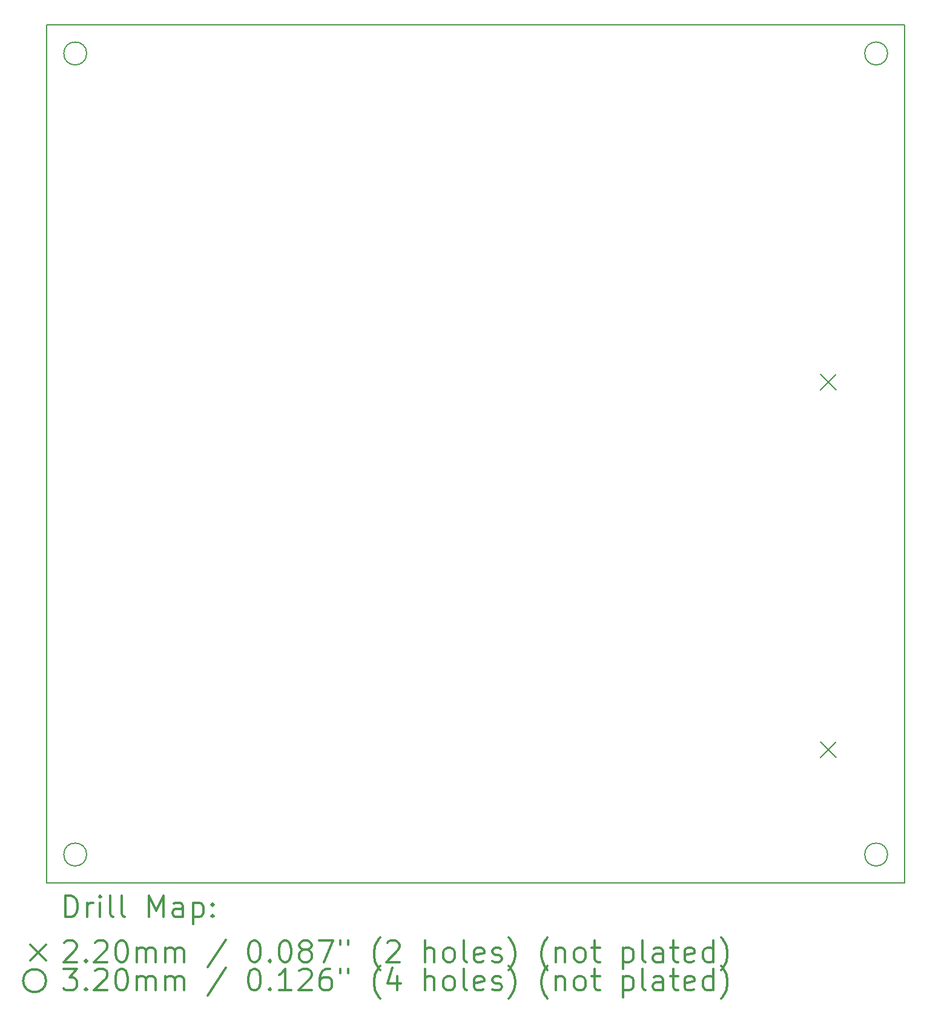
<source format=gbr>
%FSLAX45Y45*%
G04 Gerber Fmt 4.5, Leading zero omitted, Abs format (unit mm)*
G04 Created by KiCad (PCBNEW 4.0.5) date 03/02/17 14:55:25*
%MOMM*%
%LPD*%
G01*
G04 APERTURE LIST*
%ADD10C,0.127000*%
%ADD11C,0.150000*%
%ADD12C,0.200000*%
%ADD13C,0.300000*%
G04 APERTURE END LIST*
D10*
D11*
X4600000Y-15100000D02*
X4600000Y-3100000D01*
X16600000Y-15100000D02*
X4600000Y-15100000D01*
X16600000Y-3100000D02*
X16600000Y-15100000D01*
X4600000Y-3100000D02*
X16600000Y-3100000D01*
D12*
X15425000Y-7988000D02*
X15645000Y-8208000D01*
X15645000Y-7988000D02*
X15425000Y-8208000D01*
X15425000Y-13122000D02*
X15645000Y-13342000D01*
X15645000Y-13122000D02*
X15425000Y-13342000D01*
X5160000Y-3500000D02*
G75*
G03X5160000Y-3500000I-160000J0D01*
G01*
X5160000Y-14700000D02*
G75*
G03X5160000Y-14700000I-160000J0D01*
G01*
X16360000Y-3500000D02*
G75*
G03X16360000Y-3500000I-160000J0D01*
G01*
X16360000Y-14700000D02*
G75*
G03X16360000Y-14700000I-160000J0D01*
G01*
D13*
X4863929Y-15573214D02*
X4863929Y-15273214D01*
X4935357Y-15273214D01*
X4978214Y-15287500D01*
X5006786Y-15316071D01*
X5021071Y-15344643D01*
X5035357Y-15401786D01*
X5035357Y-15444643D01*
X5021071Y-15501786D01*
X5006786Y-15530357D01*
X4978214Y-15558929D01*
X4935357Y-15573214D01*
X4863929Y-15573214D01*
X5163929Y-15573214D02*
X5163929Y-15373214D01*
X5163929Y-15430357D02*
X5178214Y-15401786D01*
X5192500Y-15387500D01*
X5221071Y-15373214D01*
X5249643Y-15373214D01*
X5349643Y-15573214D02*
X5349643Y-15373214D01*
X5349643Y-15273214D02*
X5335357Y-15287500D01*
X5349643Y-15301786D01*
X5363929Y-15287500D01*
X5349643Y-15273214D01*
X5349643Y-15301786D01*
X5535357Y-15573214D02*
X5506786Y-15558929D01*
X5492500Y-15530357D01*
X5492500Y-15273214D01*
X5692500Y-15573214D02*
X5663928Y-15558929D01*
X5649643Y-15530357D01*
X5649643Y-15273214D01*
X6035357Y-15573214D02*
X6035357Y-15273214D01*
X6135357Y-15487500D01*
X6235357Y-15273214D01*
X6235357Y-15573214D01*
X6506786Y-15573214D02*
X6506786Y-15416071D01*
X6492500Y-15387500D01*
X6463928Y-15373214D01*
X6406786Y-15373214D01*
X6378214Y-15387500D01*
X6506786Y-15558929D02*
X6478214Y-15573214D01*
X6406786Y-15573214D01*
X6378214Y-15558929D01*
X6363928Y-15530357D01*
X6363928Y-15501786D01*
X6378214Y-15473214D01*
X6406786Y-15458929D01*
X6478214Y-15458929D01*
X6506786Y-15444643D01*
X6649643Y-15373214D02*
X6649643Y-15673214D01*
X6649643Y-15387500D02*
X6678214Y-15373214D01*
X6735357Y-15373214D01*
X6763928Y-15387500D01*
X6778214Y-15401786D01*
X6792500Y-15430357D01*
X6792500Y-15516071D01*
X6778214Y-15544643D01*
X6763928Y-15558929D01*
X6735357Y-15573214D01*
X6678214Y-15573214D01*
X6649643Y-15558929D01*
X6921071Y-15544643D02*
X6935357Y-15558929D01*
X6921071Y-15573214D01*
X6906786Y-15558929D01*
X6921071Y-15544643D01*
X6921071Y-15573214D01*
X6921071Y-15387500D02*
X6935357Y-15401786D01*
X6921071Y-15416071D01*
X6906786Y-15401786D01*
X6921071Y-15387500D01*
X6921071Y-15416071D01*
X4372500Y-15957500D02*
X4592500Y-16177500D01*
X4592500Y-15957500D02*
X4372500Y-16177500D01*
X4849643Y-15931786D02*
X4863929Y-15917500D01*
X4892500Y-15903214D01*
X4963929Y-15903214D01*
X4992500Y-15917500D01*
X5006786Y-15931786D01*
X5021071Y-15960357D01*
X5021071Y-15988929D01*
X5006786Y-16031786D01*
X4835357Y-16203214D01*
X5021071Y-16203214D01*
X5149643Y-16174643D02*
X5163929Y-16188929D01*
X5149643Y-16203214D01*
X5135357Y-16188929D01*
X5149643Y-16174643D01*
X5149643Y-16203214D01*
X5278214Y-15931786D02*
X5292500Y-15917500D01*
X5321071Y-15903214D01*
X5392500Y-15903214D01*
X5421071Y-15917500D01*
X5435357Y-15931786D01*
X5449643Y-15960357D01*
X5449643Y-15988929D01*
X5435357Y-16031786D01*
X5263928Y-16203214D01*
X5449643Y-16203214D01*
X5635357Y-15903214D02*
X5663928Y-15903214D01*
X5692500Y-15917500D01*
X5706786Y-15931786D01*
X5721071Y-15960357D01*
X5735357Y-16017500D01*
X5735357Y-16088929D01*
X5721071Y-16146071D01*
X5706786Y-16174643D01*
X5692500Y-16188929D01*
X5663928Y-16203214D01*
X5635357Y-16203214D01*
X5606786Y-16188929D01*
X5592500Y-16174643D01*
X5578214Y-16146071D01*
X5563929Y-16088929D01*
X5563929Y-16017500D01*
X5578214Y-15960357D01*
X5592500Y-15931786D01*
X5606786Y-15917500D01*
X5635357Y-15903214D01*
X5863928Y-16203214D02*
X5863928Y-16003214D01*
X5863928Y-16031786D02*
X5878214Y-16017500D01*
X5906786Y-16003214D01*
X5949643Y-16003214D01*
X5978214Y-16017500D01*
X5992500Y-16046071D01*
X5992500Y-16203214D01*
X5992500Y-16046071D02*
X6006786Y-16017500D01*
X6035357Y-16003214D01*
X6078214Y-16003214D01*
X6106786Y-16017500D01*
X6121071Y-16046071D01*
X6121071Y-16203214D01*
X6263928Y-16203214D02*
X6263928Y-16003214D01*
X6263928Y-16031786D02*
X6278214Y-16017500D01*
X6306786Y-16003214D01*
X6349643Y-16003214D01*
X6378214Y-16017500D01*
X6392500Y-16046071D01*
X6392500Y-16203214D01*
X6392500Y-16046071D02*
X6406786Y-16017500D01*
X6435357Y-16003214D01*
X6478214Y-16003214D01*
X6506786Y-16017500D01*
X6521071Y-16046071D01*
X6521071Y-16203214D01*
X7106786Y-15888929D02*
X6849643Y-16274643D01*
X7492500Y-15903214D02*
X7521071Y-15903214D01*
X7549643Y-15917500D01*
X7563928Y-15931786D01*
X7578214Y-15960357D01*
X7592500Y-16017500D01*
X7592500Y-16088929D01*
X7578214Y-16146071D01*
X7563928Y-16174643D01*
X7549643Y-16188929D01*
X7521071Y-16203214D01*
X7492500Y-16203214D01*
X7463928Y-16188929D01*
X7449643Y-16174643D01*
X7435357Y-16146071D01*
X7421071Y-16088929D01*
X7421071Y-16017500D01*
X7435357Y-15960357D01*
X7449643Y-15931786D01*
X7463928Y-15917500D01*
X7492500Y-15903214D01*
X7721071Y-16174643D02*
X7735357Y-16188929D01*
X7721071Y-16203214D01*
X7706786Y-16188929D01*
X7721071Y-16174643D01*
X7721071Y-16203214D01*
X7921071Y-15903214D02*
X7949643Y-15903214D01*
X7978214Y-15917500D01*
X7992500Y-15931786D01*
X8006785Y-15960357D01*
X8021071Y-16017500D01*
X8021071Y-16088929D01*
X8006785Y-16146071D01*
X7992500Y-16174643D01*
X7978214Y-16188929D01*
X7949643Y-16203214D01*
X7921071Y-16203214D01*
X7892500Y-16188929D01*
X7878214Y-16174643D01*
X7863928Y-16146071D01*
X7849643Y-16088929D01*
X7849643Y-16017500D01*
X7863928Y-15960357D01*
X7878214Y-15931786D01*
X7892500Y-15917500D01*
X7921071Y-15903214D01*
X8192500Y-16031786D02*
X8163928Y-16017500D01*
X8149643Y-16003214D01*
X8135357Y-15974643D01*
X8135357Y-15960357D01*
X8149643Y-15931786D01*
X8163928Y-15917500D01*
X8192500Y-15903214D01*
X8249643Y-15903214D01*
X8278214Y-15917500D01*
X8292500Y-15931786D01*
X8306785Y-15960357D01*
X8306785Y-15974643D01*
X8292500Y-16003214D01*
X8278214Y-16017500D01*
X8249643Y-16031786D01*
X8192500Y-16031786D01*
X8163928Y-16046071D01*
X8149643Y-16060357D01*
X8135357Y-16088929D01*
X8135357Y-16146071D01*
X8149643Y-16174643D01*
X8163928Y-16188929D01*
X8192500Y-16203214D01*
X8249643Y-16203214D01*
X8278214Y-16188929D01*
X8292500Y-16174643D01*
X8306785Y-16146071D01*
X8306785Y-16088929D01*
X8292500Y-16060357D01*
X8278214Y-16046071D01*
X8249643Y-16031786D01*
X8406786Y-15903214D02*
X8606786Y-15903214D01*
X8478214Y-16203214D01*
X8706786Y-15903214D02*
X8706786Y-15960357D01*
X8821071Y-15903214D02*
X8821071Y-15960357D01*
X9263928Y-16317500D02*
X9249643Y-16303214D01*
X9221071Y-16260357D01*
X9206786Y-16231786D01*
X9192500Y-16188929D01*
X9178214Y-16117500D01*
X9178214Y-16060357D01*
X9192500Y-15988929D01*
X9206786Y-15946071D01*
X9221071Y-15917500D01*
X9249643Y-15874643D01*
X9263928Y-15860357D01*
X9363928Y-15931786D02*
X9378214Y-15917500D01*
X9406786Y-15903214D01*
X9478214Y-15903214D01*
X9506786Y-15917500D01*
X9521071Y-15931786D01*
X9535357Y-15960357D01*
X9535357Y-15988929D01*
X9521071Y-16031786D01*
X9349643Y-16203214D01*
X9535357Y-16203214D01*
X9892500Y-16203214D02*
X9892500Y-15903214D01*
X10021071Y-16203214D02*
X10021071Y-16046071D01*
X10006786Y-16017500D01*
X9978214Y-16003214D01*
X9935357Y-16003214D01*
X9906786Y-16017500D01*
X9892500Y-16031786D01*
X10206786Y-16203214D02*
X10178214Y-16188929D01*
X10163928Y-16174643D01*
X10149643Y-16146071D01*
X10149643Y-16060357D01*
X10163928Y-16031786D01*
X10178214Y-16017500D01*
X10206786Y-16003214D01*
X10249643Y-16003214D01*
X10278214Y-16017500D01*
X10292500Y-16031786D01*
X10306786Y-16060357D01*
X10306786Y-16146071D01*
X10292500Y-16174643D01*
X10278214Y-16188929D01*
X10249643Y-16203214D01*
X10206786Y-16203214D01*
X10478214Y-16203214D02*
X10449643Y-16188929D01*
X10435357Y-16160357D01*
X10435357Y-15903214D01*
X10706786Y-16188929D02*
X10678214Y-16203214D01*
X10621071Y-16203214D01*
X10592500Y-16188929D01*
X10578214Y-16160357D01*
X10578214Y-16046071D01*
X10592500Y-16017500D01*
X10621071Y-16003214D01*
X10678214Y-16003214D01*
X10706786Y-16017500D01*
X10721071Y-16046071D01*
X10721071Y-16074643D01*
X10578214Y-16103214D01*
X10835357Y-16188929D02*
X10863929Y-16203214D01*
X10921071Y-16203214D01*
X10949643Y-16188929D01*
X10963929Y-16160357D01*
X10963929Y-16146071D01*
X10949643Y-16117500D01*
X10921071Y-16103214D01*
X10878214Y-16103214D01*
X10849643Y-16088929D01*
X10835357Y-16060357D01*
X10835357Y-16046071D01*
X10849643Y-16017500D01*
X10878214Y-16003214D01*
X10921071Y-16003214D01*
X10949643Y-16017500D01*
X11063928Y-16317500D02*
X11078214Y-16303214D01*
X11106786Y-16260357D01*
X11121071Y-16231786D01*
X11135357Y-16188929D01*
X11149643Y-16117500D01*
X11149643Y-16060357D01*
X11135357Y-15988929D01*
X11121071Y-15946071D01*
X11106786Y-15917500D01*
X11078214Y-15874643D01*
X11063928Y-15860357D01*
X11606786Y-16317500D02*
X11592500Y-16303214D01*
X11563928Y-16260357D01*
X11549643Y-16231786D01*
X11535357Y-16188929D01*
X11521071Y-16117500D01*
X11521071Y-16060357D01*
X11535357Y-15988929D01*
X11549643Y-15946071D01*
X11563928Y-15917500D01*
X11592500Y-15874643D01*
X11606786Y-15860357D01*
X11721071Y-16003214D02*
X11721071Y-16203214D01*
X11721071Y-16031786D02*
X11735357Y-16017500D01*
X11763928Y-16003214D01*
X11806786Y-16003214D01*
X11835357Y-16017500D01*
X11849643Y-16046071D01*
X11849643Y-16203214D01*
X12035357Y-16203214D02*
X12006786Y-16188929D01*
X11992500Y-16174643D01*
X11978214Y-16146071D01*
X11978214Y-16060357D01*
X11992500Y-16031786D01*
X12006786Y-16017500D01*
X12035357Y-16003214D01*
X12078214Y-16003214D01*
X12106786Y-16017500D01*
X12121071Y-16031786D01*
X12135357Y-16060357D01*
X12135357Y-16146071D01*
X12121071Y-16174643D01*
X12106786Y-16188929D01*
X12078214Y-16203214D01*
X12035357Y-16203214D01*
X12221071Y-16003214D02*
X12335357Y-16003214D01*
X12263928Y-15903214D02*
X12263928Y-16160357D01*
X12278214Y-16188929D01*
X12306786Y-16203214D01*
X12335357Y-16203214D01*
X12663928Y-16003214D02*
X12663928Y-16303214D01*
X12663928Y-16017500D02*
X12692500Y-16003214D01*
X12749643Y-16003214D01*
X12778214Y-16017500D01*
X12792500Y-16031786D01*
X12806786Y-16060357D01*
X12806786Y-16146071D01*
X12792500Y-16174643D01*
X12778214Y-16188929D01*
X12749643Y-16203214D01*
X12692500Y-16203214D01*
X12663928Y-16188929D01*
X12978214Y-16203214D02*
X12949643Y-16188929D01*
X12935357Y-16160357D01*
X12935357Y-15903214D01*
X13221071Y-16203214D02*
X13221071Y-16046071D01*
X13206786Y-16017500D01*
X13178214Y-16003214D01*
X13121071Y-16003214D01*
X13092500Y-16017500D01*
X13221071Y-16188929D02*
X13192500Y-16203214D01*
X13121071Y-16203214D01*
X13092500Y-16188929D01*
X13078214Y-16160357D01*
X13078214Y-16131786D01*
X13092500Y-16103214D01*
X13121071Y-16088929D01*
X13192500Y-16088929D01*
X13221071Y-16074643D01*
X13321071Y-16003214D02*
X13435357Y-16003214D01*
X13363929Y-15903214D02*
X13363929Y-16160357D01*
X13378214Y-16188929D01*
X13406786Y-16203214D01*
X13435357Y-16203214D01*
X13649643Y-16188929D02*
X13621071Y-16203214D01*
X13563929Y-16203214D01*
X13535357Y-16188929D01*
X13521071Y-16160357D01*
X13521071Y-16046071D01*
X13535357Y-16017500D01*
X13563929Y-16003214D01*
X13621071Y-16003214D01*
X13649643Y-16017500D01*
X13663929Y-16046071D01*
X13663929Y-16074643D01*
X13521071Y-16103214D01*
X13921071Y-16203214D02*
X13921071Y-15903214D01*
X13921071Y-16188929D02*
X13892500Y-16203214D01*
X13835357Y-16203214D01*
X13806786Y-16188929D01*
X13792500Y-16174643D01*
X13778214Y-16146071D01*
X13778214Y-16060357D01*
X13792500Y-16031786D01*
X13806786Y-16017500D01*
X13835357Y-16003214D01*
X13892500Y-16003214D01*
X13921071Y-16017500D01*
X14035357Y-16317500D02*
X14049643Y-16303214D01*
X14078214Y-16260357D01*
X14092500Y-16231786D01*
X14106786Y-16188929D01*
X14121071Y-16117500D01*
X14121071Y-16060357D01*
X14106786Y-15988929D01*
X14092500Y-15946071D01*
X14078214Y-15917500D01*
X14049643Y-15874643D01*
X14035357Y-15860357D01*
X4592500Y-16463500D02*
G75*
G03X4592500Y-16463500I-160000J0D01*
G01*
X4835357Y-16299214D02*
X5021071Y-16299214D01*
X4921071Y-16413500D01*
X4963929Y-16413500D01*
X4992500Y-16427786D01*
X5006786Y-16442071D01*
X5021071Y-16470643D01*
X5021071Y-16542071D01*
X5006786Y-16570643D01*
X4992500Y-16584929D01*
X4963929Y-16599214D01*
X4878214Y-16599214D01*
X4849643Y-16584929D01*
X4835357Y-16570643D01*
X5149643Y-16570643D02*
X5163929Y-16584929D01*
X5149643Y-16599214D01*
X5135357Y-16584929D01*
X5149643Y-16570643D01*
X5149643Y-16599214D01*
X5278214Y-16327786D02*
X5292500Y-16313500D01*
X5321071Y-16299214D01*
X5392500Y-16299214D01*
X5421071Y-16313500D01*
X5435357Y-16327786D01*
X5449643Y-16356357D01*
X5449643Y-16384929D01*
X5435357Y-16427786D01*
X5263928Y-16599214D01*
X5449643Y-16599214D01*
X5635357Y-16299214D02*
X5663928Y-16299214D01*
X5692500Y-16313500D01*
X5706786Y-16327786D01*
X5721071Y-16356357D01*
X5735357Y-16413500D01*
X5735357Y-16484929D01*
X5721071Y-16542071D01*
X5706786Y-16570643D01*
X5692500Y-16584929D01*
X5663928Y-16599214D01*
X5635357Y-16599214D01*
X5606786Y-16584929D01*
X5592500Y-16570643D01*
X5578214Y-16542071D01*
X5563929Y-16484929D01*
X5563929Y-16413500D01*
X5578214Y-16356357D01*
X5592500Y-16327786D01*
X5606786Y-16313500D01*
X5635357Y-16299214D01*
X5863928Y-16599214D02*
X5863928Y-16399214D01*
X5863928Y-16427786D02*
X5878214Y-16413500D01*
X5906786Y-16399214D01*
X5949643Y-16399214D01*
X5978214Y-16413500D01*
X5992500Y-16442071D01*
X5992500Y-16599214D01*
X5992500Y-16442071D02*
X6006786Y-16413500D01*
X6035357Y-16399214D01*
X6078214Y-16399214D01*
X6106786Y-16413500D01*
X6121071Y-16442071D01*
X6121071Y-16599214D01*
X6263928Y-16599214D02*
X6263928Y-16399214D01*
X6263928Y-16427786D02*
X6278214Y-16413500D01*
X6306786Y-16399214D01*
X6349643Y-16399214D01*
X6378214Y-16413500D01*
X6392500Y-16442071D01*
X6392500Y-16599214D01*
X6392500Y-16442071D02*
X6406786Y-16413500D01*
X6435357Y-16399214D01*
X6478214Y-16399214D01*
X6506786Y-16413500D01*
X6521071Y-16442071D01*
X6521071Y-16599214D01*
X7106786Y-16284929D02*
X6849643Y-16670643D01*
X7492500Y-16299214D02*
X7521071Y-16299214D01*
X7549643Y-16313500D01*
X7563928Y-16327786D01*
X7578214Y-16356357D01*
X7592500Y-16413500D01*
X7592500Y-16484929D01*
X7578214Y-16542071D01*
X7563928Y-16570643D01*
X7549643Y-16584929D01*
X7521071Y-16599214D01*
X7492500Y-16599214D01*
X7463928Y-16584929D01*
X7449643Y-16570643D01*
X7435357Y-16542071D01*
X7421071Y-16484929D01*
X7421071Y-16413500D01*
X7435357Y-16356357D01*
X7449643Y-16327786D01*
X7463928Y-16313500D01*
X7492500Y-16299214D01*
X7721071Y-16570643D02*
X7735357Y-16584929D01*
X7721071Y-16599214D01*
X7706786Y-16584929D01*
X7721071Y-16570643D01*
X7721071Y-16599214D01*
X8021071Y-16599214D02*
X7849643Y-16599214D01*
X7935357Y-16599214D02*
X7935357Y-16299214D01*
X7906785Y-16342071D01*
X7878214Y-16370643D01*
X7849643Y-16384929D01*
X8135357Y-16327786D02*
X8149643Y-16313500D01*
X8178214Y-16299214D01*
X8249643Y-16299214D01*
X8278214Y-16313500D01*
X8292500Y-16327786D01*
X8306785Y-16356357D01*
X8306785Y-16384929D01*
X8292500Y-16427786D01*
X8121071Y-16599214D01*
X8306785Y-16599214D01*
X8563928Y-16299214D02*
X8506786Y-16299214D01*
X8478214Y-16313500D01*
X8463928Y-16327786D01*
X8435357Y-16370643D01*
X8421071Y-16427786D01*
X8421071Y-16542071D01*
X8435357Y-16570643D01*
X8449643Y-16584929D01*
X8478214Y-16599214D01*
X8535357Y-16599214D01*
X8563928Y-16584929D01*
X8578214Y-16570643D01*
X8592500Y-16542071D01*
X8592500Y-16470643D01*
X8578214Y-16442071D01*
X8563928Y-16427786D01*
X8535357Y-16413500D01*
X8478214Y-16413500D01*
X8449643Y-16427786D01*
X8435357Y-16442071D01*
X8421071Y-16470643D01*
X8706786Y-16299214D02*
X8706786Y-16356357D01*
X8821071Y-16299214D02*
X8821071Y-16356357D01*
X9263928Y-16713500D02*
X9249643Y-16699214D01*
X9221071Y-16656357D01*
X9206786Y-16627786D01*
X9192500Y-16584929D01*
X9178214Y-16513500D01*
X9178214Y-16456357D01*
X9192500Y-16384929D01*
X9206786Y-16342071D01*
X9221071Y-16313500D01*
X9249643Y-16270643D01*
X9263928Y-16256357D01*
X9506786Y-16399214D02*
X9506786Y-16599214D01*
X9435357Y-16284929D02*
X9363928Y-16499214D01*
X9549643Y-16499214D01*
X9892500Y-16599214D02*
X9892500Y-16299214D01*
X10021071Y-16599214D02*
X10021071Y-16442071D01*
X10006786Y-16413500D01*
X9978214Y-16399214D01*
X9935357Y-16399214D01*
X9906786Y-16413500D01*
X9892500Y-16427786D01*
X10206786Y-16599214D02*
X10178214Y-16584929D01*
X10163928Y-16570643D01*
X10149643Y-16542071D01*
X10149643Y-16456357D01*
X10163928Y-16427786D01*
X10178214Y-16413500D01*
X10206786Y-16399214D01*
X10249643Y-16399214D01*
X10278214Y-16413500D01*
X10292500Y-16427786D01*
X10306786Y-16456357D01*
X10306786Y-16542071D01*
X10292500Y-16570643D01*
X10278214Y-16584929D01*
X10249643Y-16599214D01*
X10206786Y-16599214D01*
X10478214Y-16599214D02*
X10449643Y-16584929D01*
X10435357Y-16556357D01*
X10435357Y-16299214D01*
X10706786Y-16584929D02*
X10678214Y-16599214D01*
X10621071Y-16599214D01*
X10592500Y-16584929D01*
X10578214Y-16556357D01*
X10578214Y-16442071D01*
X10592500Y-16413500D01*
X10621071Y-16399214D01*
X10678214Y-16399214D01*
X10706786Y-16413500D01*
X10721071Y-16442071D01*
X10721071Y-16470643D01*
X10578214Y-16499214D01*
X10835357Y-16584929D02*
X10863929Y-16599214D01*
X10921071Y-16599214D01*
X10949643Y-16584929D01*
X10963929Y-16556357D01*
X10963929Y-16542071D01*
X10949643Y-16513500D01*
X10921071Y-16499214D01*
X10878214Y-16499214D01*
X10849643Y-16484929D01*
X10835357Y-16456357D01*
X10835357Y-16442071D01*
X10849643Y-16413500D01*
X10878214Y-16399214D01*
X10921071Y-16399214D01*
X10949643Y-16413500D01*
X11063928Y-16713500D02*
X11078214Y-16699214D01*
X11106786Y-16656357D01*
X11121071Y-16627786D01*
X11135357Y-16584929D01*
X11149643Y-16513500D01*
X11149643Y-16456357D01*
X11135357Y-16384929D01*
X11121071Y-16342071D01*
X11106786Y-16313500D01*
X11078214Y-16270643D01*
X11063928Y-16256357D01*
X11606786Y-16713500D02*
X11592500Y-16699214D01*
X11563928Y-16656357D01*
X11549643Y-16627786D01*
X11535357Y-16584929D01*
X11521071Y-16513500D01*
X11521071Y-16456357D01*
X11535357Y-16384929D01*
X11549643Y-16342071D01*
X11563928Y-16313500D01*
X11592500Y-16270643D01*
X11606786Y-16256357D01*
X11721071Y-16399214D02*
X11721071Y-16599214D01*
X11721071Y-16427786D02*
X11735357Y-16413500D01*
X11763928Y-16399214D01*
X11806786Y-16399214D01*
X11835357Y-16413500D01*
X11849643Y-16442071D01*
X11849643Y-16599214D01*
X12035357Y-16599214D02*
X12006786Y-16584929D01*
X11992500Y-16570643D01*
X11978214Y-16542071D01*
X11978214Y-16456357D01*
X11992500Y-16427786D01*
X12006786Y-16413500D01*
X12035357Y-16399214D01*
X12078214Y-16399214D01*
X12106786Y-16413500D01*
X12121071Y-16427786D01*
X12135357Y-16456357D01*
X12135357Y-16542071D01*
X12121071Y-16570643D01*
X12106786Y-16584929D01*
X12078214Y-16599214D01*
X12035357Y-16599214D01*
X12221071Y-16399214D02*
X12335357Y-16399214D01*
X12263928Y-16299214D02*
X12263928Y-16556357D01*
X12278214Y-16584929D01*
X12306786Y-16599214D01*
X12335357Y-16599214D01*
X12663928Y-16399214D02*
X12663928Y-16699214D01*
X12663928Y-16413500D02*
X12692500Y-16399214D01*
X12749643Y-16399214D01*
X12778214Y-16413500D01*
X12792500Y-16427786D01*
X12806786Y-16456357D01*
X12806786Y-16542071D01*
X12792500Y-16570643D01*
X12778214Y-16584929D01*
X12749643Y-16599214D01*
X12692500Y-16599214D01*
X12663928Y-16584929D01*
X12978214Y-16599214D02*
X12949643Y-16584929D01*
X12935357Y-16556357D01*
X12935357Y-16299214D01*
X13221071Y-16599214D02*
X13221071Y-16442071D01*
X13206786Y-16413500D01*
X13178214Y-16399214D01*
X13121071Y-16399214D01*
X13092500Y-16413500D01*
X13221071Y-16584929D02*
X13192500Y-16599214D01*
X13121071Y-16599214D01*
X13092500Y-16584929D01*
X13078214Y-16556357D01*
X13078214Y-16527786D01*
X13092500Y-16499214D01*
X13121071Y-16484929D01*
X13192500Y-16484929D01*
X13221071Y-16470643D01*
X13321071Y-16399214D02*
X13435357Y-16399214D01*
X13363929Y-16299214D02*
X13363929Y-16556357D01*
X13378214Y-16584929D01*
X13406786Y-16599214D01*
X13435357Y-16599214D01*
X13649643Y-16584929D02*
X13621071Y-16599214D01*
X13563929Y-16599214D01*
X13535357Y-16584929D01*
X13521071Y-16556357D01*
X13521071Y-16442071D01*
X13535357Y-16413500D01*
X13563929Y-16399214D01*
X13621071Y-16399214D01*
X13649643Y-16413500D01*
X13663929Y-16442071D01*
X13663929Y-16470643D01*
X13521071Y-16499214D01*
X13921071Y-16599214D02*
X13921071Y-16299214D01*
X13921071Y-16584929D02*
X13892500Y-16599214D01*
X13835357Y-16599214D01*
X13806786Y-16584929D01*
X13792500Y-16570643D01*
X13778214Y-16542071D01*
X13778214Y-16456357D01*
X13792500Y-16427786D01*
X13806786Y-16413500D01*
X13835357Y-16399214D01*
X13892500Y-16399214D01*
X13921071Y-16413500D01*
X14035357Y-16713500D02*
X14049643Y-16699214D01*
X14078214Y-16656357D01*
X14092500Y-16627786D01*
X14106786Y-16584929D01*
X14121071Y-16513500D01*
X14121071Y-16456357D01*
X14106786Y-16384929D01*
X14092500Y-16342071D01*
X14078214Y-16313500D01*
X14049643Y-16270643D01*
X14035357Y-16256357D01*
M02*

</source>
